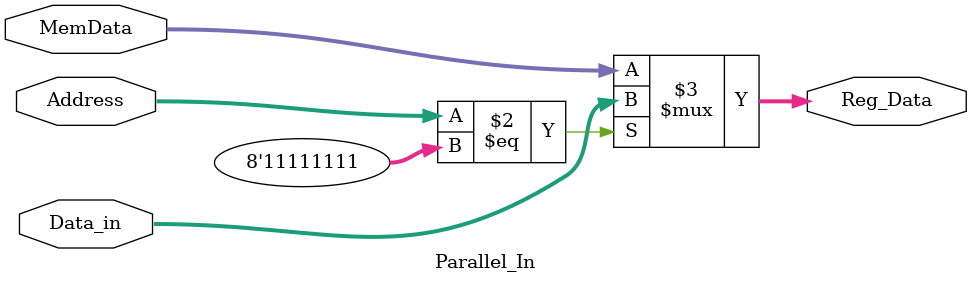
<source format=v>
module Parallel_In (input [7:0] MemData, Address, Data_in,
						  output reg [7:0]Reg_Data);
						 always@(*)begin 
      Reg_Data = (Address == 8'hff)? Data_in : MemData;  
						end
endmodule
							
</source>
